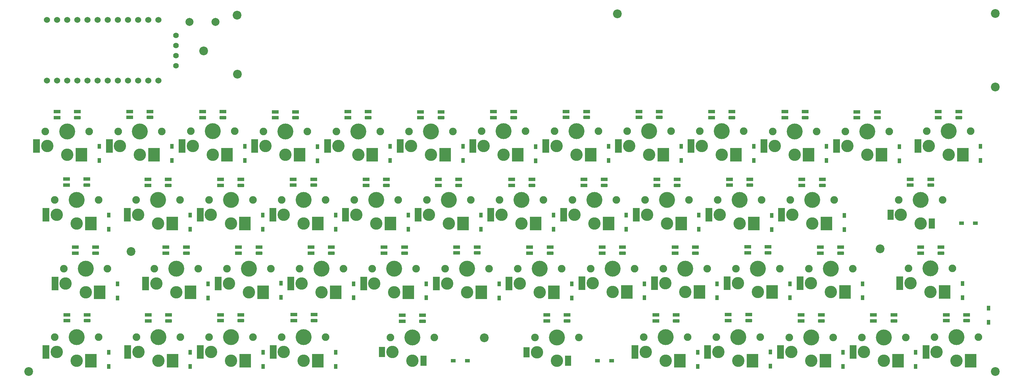
<source format=gbs>
G04 #@! TF.GenerationSoftware,KiCad,Pcbnew,(6.0.9)*
G04 #@! TF.CreationDate,2022-11-10T16:14:01+09:00*
G04 #@! TF.ProjectId,meow48,6d656f77-3438-42e6-9b69-6361645f7063,rev?*
G04 #@! TF.SameCoordinates,Original*
G04 #@! TF.FileFunction,Soldermask,Bot*
G04 #@! TF.FilePolarity,Negative*
%FSLAX46Y46*%
G04 Gerber Fmt 4.6, Leading zero omitted, Abs format (unit mm)*
G04 Created by KiCad (PCBNEW (6.0.9)) date 2022-11-10 16:14:01*
%MOMM*%
%LPD*%
G01*
G04 APERTURE LIST*
G04 Aperture macros list*
%AMRoundRect*
0 Rectangle with rounded corners*
0 $1 Rounding radius*
0 $2 $3 $4 $5 $6 $7 $8 $9 X,Y pos of 4 corners*
0 Add a 4 corners polygon primitive as box body*
4,1,4,$2,$3,$4,$5,$6,$7,$8,$9,$2,$3,0*
0 Add four circle primitives for the rounded corners*
1,1,$1+$1,$2,$3*
1,1,$1+$1,$4,$5*
1,1,$1+$1,$6,$7*
1,1,$1+$1,$8,$9*
0 Add four rect primitives between the rounded corners*
20,1,$1+$1,$2,$3,$4,$5,0*
20,1,$1+$1,$4,$5,$6,$7,0*
20,1,$1+$1,$6,$7,$8,$9,0*
20,1,$1+$1,$8,$9,$2,$3,0*%
G04 Aperture macros list end*
%ADD10C,1.900000*%
%ADD11C,3.100000*%
%ADD12C,4.000000*%
%ADD13R,1.700000X3.500000*%
%ADD14R,3.000000X3.500000*%
%ADD15R,0.950000X1.300000*%
%ADD16C,2.200000*%
%ADD17R,1.500000X2.500000*%
%ADD18C,1.524000*%
%ADD19R,1.300000X0.950000*%
%ADD20C,2.000000*%
%ADD21C,1.397000*%
%ADD22R,1.700000X0.820000*%
%ADD23RoundRect,0.205000X-0.645000X-0.205000X0.645000X-0.205000X0.645000X0.205000X-0.645000X0.205000X0*%
G04 APERTURE END LIST*
D10*
X99990000Y-115390000D03*
D11*
X89490000Y-119090000D03*
D12*
X94490000Y-115390000D03*
D11*
X94490000Y-121290000D03*
D10*
X88990000Y-115390000D03*
D13*
X86790000Y-119090000D03*
D14*
X98040000Y-121290000D03*
D15*
X247930000Y-153665000D03*
X247930000Y-157215000D03*
D16*
X77880000Y-83840000D03*
X25610000Y-158470000D03*
D12*
X80800000Y-132650000D03*
D10*
X86300000Y-132650000D03*
D11*
X80800000Y-138550000D03*
D10*
X75300000Y-132650000D03*
D11*
X75800000Y-136350000D03*
D13*
X73100000Y-136350000D03*
D14*
X84350000Y-138550000D03*
D12*
X217580000Y-98180000D03*
D11*
X217580000Y-104080000D03*
X212580000Y-101880000D03*
D10*
X212080000Y-98180000D03*
X223080000Y-98180000D03*
D13*
X209880000Y-101880000D03*
D14*
X221130000Y-104080000D03*
D12*
X130910000Y-115400000D03*
D10*
X125410000Y-115400000D03*
D11*
X125910000Y-119100000D03*
D10*
X136410000Y-115400000D03*
D11*
X130910000Y-121300000D03*
D13*
X123210000Y-119100000D03*
D14*
X134460000Y-121300000D03*
D11*
X194330000Y-101860000D03*
D12*
X199330000Y-98160000D03*
D10*
X193830000Y-98160000D03*
X204830000Y-98160000D03*
D11*
X199330000Y-104060000D03*
D13*
X191630000Y-101860000D03*
D14*
X202880000Y-104060000D03*
D12*
X144670000Y-98160000D03*
D11*
X139670000Y-101860000D03*
D10*
X150170000Y-98160000D03*
X139170000Y-98160000D03*
D11*
X144670000Y-104060000D03*
D13*
X136970000Y-101860000D03*
D14*
X148220000Y-104060000D03*
D15*
X266230000Y-142565000D03*
X266230000Y-146115000D03*
D10*
X159220000Y-132660000D03*
D12*
X153720000Y-132660000D03*
D11*
X148720000Y-136360000D03*
X153720000Y-138560000D03*
D10*
X148220000Y-132660000D03*
D13*
X146020000Y-136360000D03*
D14*
X157270000Y-138560000D03*
D11*
X76310000Y-155790000D03*
D12*
X76310000Y-149890000D03*
D11*
X71310000Y-153590000D03*
D10*
X70810000Y-149890000D03*
X81810000Y-149890000D03*
D13*
X68610000Y-153590000D03*
D14*
X79860000Y-155790000D03*
D11*
X203510000Y-155790000D03*
X198510000Y-153590000D03*
D12*
X203510000Y-149890000D03*
D10*
X209010000Y-149890000D03*
X198010000Y-149890000D03*
D13*
X195810000Y-153590000D03*
D14*
X207060000Y-155790000D03*
D15*
X211490000Y-153605000D03*
X211490000Y-157155000D03*
D10*
X140980000Y-132660000D03*
D12*
X135480000Y-132660000D03*
D11*
X130480000Y-136360000D03*
D10*
X129980000Y-132660000D03*
D11*
X135480000Y-138560000D03*
D13*
X127780000Y-136360000D03*
D14*
X139030000Y-138560000D03*
D12*
X167390000Y-115400000D03*
D11*
X167390000Y-121300000D03*
X162390000Y-119100000D03*
D10*
X172890000Y-115400000D03*
X161890000Y-115400000D03*
D13*
X159690000Y-119100000D03*
D14*
X170940000Y-121300000D03*
D15*
X229730000Y-153635000D03*
X229730000Y-157185000D03*
D10*
X254720000Y-115400000D03*
X243720000Y-115400000D03*
D12*
X249220000Y-115400000D03*
D11*
X244220000Y-119100000D03*
X249220000Y-121300000D03*
D17*
X241620000Y-119100000D03*
X252020000Y-121300000D03*
D12*
X99020000Y-132650000D03*
D11*
X94020000Y-136350000D03*
X99020000Y-138550000D03*
D10*
X93520000Y-132650000D03*
X104520000Y-132650000D03*
D13*
X91320000Y-136350000D03*
D14*
X102570000Y-138550000D03*
D16*
X267940000Y-68540000D03*
D15*
X211840000Y-119255000D03*
X211840000Y-122805000D03*
D11*
X94550000Y-155790000D03*
D12*
X94550000Y-149890000D03*
D10*
X100050000Y-149890000D03*
X89050000Y-149890000D03*
D11*
X89550000Y-153590000D03*
D13*
X86850000Y-153590000D03*
D14*
X98100000Y-155790000D03*
D15*
X138920000Y-119205000D03*
X138920000Y-122755000D03*
D16*
X173130000Y-68630000D03*
D15*
X102570000Y-153635000D03*
X102570000Y-157185000D03*
D10*
X232140000Y-132640000D03*
D11*
X226640000Y-138540000D03*
X221640000Y-136340000D03*
D10*
X221140000Y-132640000D03*
D12*
X226640000Y-132640000D03*
D13*
X218940000Y-136340000D03*
D14*
X230190000Y-138540000D03*
D18*
X30152000Y-70183600D03*
X32692000Y-70183600D03*
X35232000Y-70183600D03*
X37772000Y-70183600D03*
X40312000Y-70183600D03*
X42852000Y-70183600D03*
X45392000Y-70183600D03*
X47932000Y-70183600D03*
X50472000Y-70183600D03*
X53012000Y-70183600D03*
X55552000Y-70183600D03*
X58092000Y-70183600D03*
X58092000Y-85403600D03*
X55552000Y-85403600D03*
X53012000Y-85403600D03*
X50472000Y-85403600D03*
X47932000Y-85403600D03*
X45392000Y-85403600D03*
X42852000Y-85403600D03*
X40312000Y-85403600D03*
X37772000Y-85403600D03*
X35232000Y-85403600D03*
X32692000Y-85403600D03*
X30152000Y-85403600D03*
D15*
X189130000Y-101945000D03*
X189130000Y-105495000D03*
D16*
X267940000Y-158470000D03*
D15*
X134450000Y-101955000D03*
X134450000Y-105505000D03*
D10*
X227240000Y-149900000D03*
D11*
X221740000Y-155800000D03*
X216740000Y-153600000D03*
D10*
X216240000Y-149900000D03*
D12*
X221740000Y-149900000D03*
D13*
X214040000Y-153600000D03*
D14*
X225290000Y-155800000D03*
D15*
X152670000Y-101995000D03*
X152670000Y-105545000D03*
D11*
X144150000Y-119110000D03*
D10*
X143650000Y-115410000D03*
D12*
X149150000Y-115410000D03*
D10*
X154650000Y-115410000D03*
D11*
X149150000Y-121310000D03*
D13*
X141450000Y-119110000D03*
D14*
X152700000Y-121310000D03*
D15*
X207350000Y-101945000D03*
X207350000Y-105495000D03*
X243850000Y-101985000D03*
X243850000Y-105535000D03*
X47850000Y-136465000D03*
X47850000Y-140015000D03*
D10*
X122740000Y-132660000D03*
D12*
X117240000Y-132660000D03*
D11*
X117240000Y-138560000D03*
D10*
X111740000Y-132660000D03*
D11*
X112240000Y-136360000D03*
D13*
X109540000Y-136360000D03*
D14*
X120790000Y-138560000D03*
D19*
X135545000Y-155800000D03*
X131995000Y-155800000D03*
D15*
X66060000Y-153635000D03*
X66060000Y-157185000D03*
D11*
X251200000Y-101850000D03*
X256200000Y-104050000D03*
D10*
X261700000Y-98150000D03*
X250700000Y-98150000D03*
D12*
X256200000Y-98150000D03*
D13*
X248500000Y-101850000D03*
D14*
X259750000Y-104050000D03*
D15*
X193280000Y-153665000D03*
X193280000Y-157215000D03*
X175400000Y-119195000D03*
X175400000Y-122745000D03*
X157140000Y-119185000D03*
X157140000Y-122735000D03*
X125210000Y-136435000D03*
X125210000Y-139985000D03*
D11*
X39860000Y-138570000D03*
X34860000Y-136370000D03*
D12*
X39860000Y-132670000D03*
D10*
X34360000Y-132670000D03*
X45360000Y-132670000D03*
D13*
X32160000Y-136370000D03*
D14*
X43410000Y-138570000D03*
D15*
X84330000Y-153635000D03*
X84330000Y-157185000D03*
X102520000Y-119205000D03*
X102520000Y-122755000D03*
D10*
X40780000Y-98180000D03*
D11*
X30280000Y-101880000D03*
X35280000Y-104080000D03*
D12*
X35280000Y-98180000D03*
D10*
X29780000Y-98180000D03*
D13*
X27580000Y-101880000D03*
D14*
X38830000Y-104080000D03*
D15*
X225590000Y-101935000D03*
X225590000Y-105485000D03*
X45660000Y-119215000D03*
X45660000Y-122765000D03*
X143520000Y-136505000D03*
X143520000Y-140055000D03*
D10*
X175600000Y-98160000D03*
X186600000Y-98160000D03*
D12*
X181100000Y-98160000D03*
D11*
X176100000Y-101860000D03*
X181100000Y-104060000D03*
D13*
X173400000Y-101860000D03*
D14*
X184650000Y-104060000D03*
D10*
X163490000Y-149920000D03*
D12*
X157990000Y-149920000D03*
D11*
X152990000Y-153620000D03*
X157990000Y-155820000D03*
D10*
X152490000Y-149920000D03*
D17*
X150390000Y-153620000D03*
X160790000Y-155820000D03*
D16*
X51250000Y-128350000D03*
D19*
X262955000Y-121260000D03*
X259405000Y-121260000D03*
D11*
X258210000Y-155790000D03*
D10*
X263710000Y-149890000D03*
D11*
X253210000Y-153590000D03*
D12*
X258210000Y-149890000D03*
D10*
X252710000Y-149890000D03*
D13*
X250510000Y-153590000D03*
D14*
X261760000Y-155790000D03*
D10*
X77250000Y-98160000D03*
D12*
X71750000Y-98160000D03*
D10*
X66250000Y-98160000D03*
D11*
X66750000Y-101860000D03*
X71750000Y-104060000D03*
D13*
X64050000Y-101860000D03*
D14*
X75300000Y-104060000D03*
D15*
X43270000Y-101945000D03*
X43270000Y-105495000D03*
D20*
X72372000Y-70685000D03*
X65872000Y-70685000D03*
D12*
X89960000Y-98180000D03*
D11*
X89960000Y-104080000D03*
X84960000Y-101880000D03*
D10*
X95460000Y-98180000D03*
X84460000Y-98180000D03*
D13*
X82260000Y-101880000D03*
D14*
X93510000Y-104080000D03*
D16*
X239000000Y-127650000D03*
D12*
X185600000Y-115400000D03*
D10*
X191100000Y-115400000D03*
X180100000Y-115400000D03*
D11*
X180600000Y-119100000D03*
X185600000Y-121300000D03*
D13*
X177900000Y-119100000D03*
D14*
X189150000Y-121300000D03*
D11*
X121750000Y-155810000D03*
D10*
X116250000Y-149910000D03*
D12*
X121750000Y-149910000D03*
D10*
X127250000Y-149910000D03*
D11*
X116750000Y-153610000D03*
D17*
X114150000Y-153610000D03*
X124550000Y-155810000D03*
D15*
X107000000Y-136435000D03*
X107000000Y-139985000D03*
D12*
X185280000Y-149890000D03*
D11*
X185280000Y-155790000D03*
X180280000Y-153590000D03*
D10*
X190780000Y-149890000D03*
X179780000Y-149890000D03*
D13*
X177580000Y-153590000D03*
D14*
X188830000Y-155790000D03*
D16*
X69450000Y-78000000D03*
D11*
X251650000Y-138500000D03*
D10*
X257150000Y-132600000D03*
D12*
X251650000Y-132600000D03*
D11*
X246650000Y-136300000D03*
D10*
X246150000Y-132600000D03*
D13*
X243950000Y-136300000D03*
D14*
X255200000Y-138500000D03*
D15*
X45660000Y-153665000D03*
X45660000Y-157215000D03*
D10*
X102690000Y-98180000D03*
D11*
X103190000Y-101880000D03*
X108190000Y-104080000D03*
D10*
X113690000Y-98180000D03*
D12*
X108190000Y-98180000D03*
D13*
X100490000Y-101880000D03*
D14*
X111740000Y-104080000D03*
D15*
X88800000Y-136345000D03*
X88800000Y-139895000D03*
D21*
X62530000Y-81730000D03*
X62530000Y-79190000D03*
X62530000Y-76650000D03*
X62530000Y-74110000D03*
D10*
X57060000Y-132650000D03*
D11*
X62560000Y-138550000D03*
D10*
X68060000Y-132650000D03*
D11*
X57560000Y-136350000D03*
D12*
X62560000Y-132650000D03*
D13*
X54860000Y-136350000D03*
D14*
X66110000Y-138550000D03*
D12*
X58090000Y-149885000D03*
D10*
X63590000Y-149885000D03*
D11*
X53090000Y-153585000D03*
X58090000Y-155785000D03*
D10*
X52590000Y-149885000D03*
D13*
X50390000Y-153585000D03*
D14*
X61640000Y-155785000D03*
D15*
X234650000Y-136435000D03*
X234650000Y-139985000D03*
X97970000Y-101985000D03*
X97970000Y-105535000D03*
X79750000Y-101965000D03*
X79750000Y-105515000D03*
D11*
X235810000Y-104080000D03*
D10*
X230310000Y-98180000D03*
D11*
X230810000Y-101880000D03*
D12*
X235810000Y-98180000D03*
D10*
X241310000Y-98180000D03*
D13*
X228110000Y-101880000D03*
D14*
X239360000Y-104080000D03*
D15*
X264220000Y-101935000D03*
X264220000Y-105485000D03*
D10*
X32110000Y-115410000D03*
D11*
X37610000Y-121310000D03*
D10*
X43110000Y-115410000D03*
D12*
X37610000Y-115410000D03*
D11*
X32610000Y-119110000D03*
D13*
X29910000Y-119110000D03*
D14*
X41160000Y-121310000D03*
D11*
X222040000Y-121310000D03*
D12*
X222040000Y-115410000D03*
D10*
X216540000Y-115410000D03*
D11*
X217040000Y-119110000D03*
D10*
X227540000Y-115410000D03*
D13*
X214340000Y-119110000D03*
D14*
X225590000Y-121310000D03*
D15*
X84280000Y-119205000D03*
X84280000Y-122755000D03*
D10*
X202920000Y-132640000D03*
D11*
X203420000Y-136340000D03*
D12*
X208420000Y-132640000D03*
D10*
X213920000Y-132640000D03*
D11*
X208420000Y-138540000D03*
D13*
X200720000Y-136340000D03*
D14*
X211970000Y-138540000D03*
D15*
X216410000Y-136435000D03*
X216410000Y-139985000D03*
X66080000Y-119215000D03*
X66080000Y-122765000D03*
D16*
X267940000Y-87020000D03*
D15*
X70580000Y-136465000D03*
X70580000Y-140015000D03*
X161760000Y-136475000D03*
X161760000Y-140025000D03*
X259700000Y-136405000D03*
X259700000Y-139955000D03*
D10*
X120940000Y-98180000D03*
D12*
X126440000Y-98180000D03*
D10*
X131940000Y-98180000D03*
D11*
X121440000Y-101880000D03*
X126440000Y-104080000D03*
D13*
X118740000Y-101880000D03*
D14*
X129990000Y-104080000D03*
D12*
X37630000Y-149860000D03*
D11*
X37630000Y-155760000D03*
D10*
X43130000Y-149860000D03*
X32130000Y-149860000D03*
D11*
X32630000Y-153560000D03*
D13*
X29930000Y-153560000D03*
D14*
X41180000Y-155760000D03*
D15*
X61470000Y-101965000D03*
X61470000Y-105515000D03*
D12*
X171960000Y-132640000D03*
D11*
X171960000Y-138540000D03*
X166960000Y-136340000D03*
D10*
X166460000Y-132640000D03*
X177460000Y-132640000D03*
D13*
X164260000Y-136340000D03*
D14*
X175510000Y-138540000D03*
D11*
X53490000Y-104080000D03*
D12*
X53490000Y-98180000D03*
D10*
X47990000Y-98180000D03*
X58990000Y-98180000D03*
D11*
X48490000Y-101880000D03*
D13*
X45790000Y-101880000D03*
D14*
X57040000Y-104080000D03*
D16*
X139850000Y-150050000D03*
D15*
X116210000Y-101965000D03*
X116210000Y-105515000D03*
D11*
X162900000Y-104060000D03*
X157900000Y-101860000D03*
D10*
X168400000Y-98160000D03*
D12*
X162900000Y-98160000D03*
D10*
X157400000Y-98160000D03*
D13*
X155200000Y-101860000D03*
D14*
X166450000Y-104060000D03*
D19*
X171725000Y-155820000D03*
X168175000Y-155820000D03*
D15*
X230050000Y-119255000D03*
X230050000Y-122805000D03*
D11*
X112710000Y-121300000D03*
D12*
X112710000Y-115400000D03*
D11*
X107710000Y-119100000D03*
D10*
X118210000Y-115400000D03*
X107210000Y-115400000D03*
D13*
X105010000Y-119100000D03*
D14*
X116260000Y-121300000D03*
D15*
X179930000Y-136435000D03*
X179930000Y-139985000D03*
X120720000Y-119205000D03*
X120720000Y-122755000D03*
D11*
X198820000Y-119110000D03*
D10*
X209320000Y-115410000D03*
D12*
X203820000Y-115410000D03*
D11*
X203820000Y-121310000D03*
D10*
X198320000Y-115410000D03*
D13*
X196120000Y-119110000D03*
D14*
X207370000Y-121310000D03*
D11*
X239950000Y-155795000D03*
D10*
X245450000Y-149895000D03*
D12*
X239950000Y-149895000D03*
D10*
X234450000Y-149895000D03*
D11*
X234950000Y-153595000D03*
D13*
X232250000Y-153595000D03*
D14*
X243500000Y-155795000D03*
D15*
X170930000Y-101945000D03*
X170930000Y-105495000D03*
X193600000Y-119215000D03*
X193600000Y-122765000D03*
D11*
X53050000Y-119110000D03*
D10*
X63550000Y-115410000D03*
D11*
X58050000Y-121310000D03*
D10*
X52550000Y-115410000D03*
D12*
X58050000Y-115410000D03*
D13*
X50350000Y-119110000D03*
D14*
X61600000Y-121310000D03*
D12*
X76270000Y-115400000D03*
D11*
X71270000Y-119100000D03*
D10*
X70770000Y-115400000D03*
X81770000Y-115400000D03*
D11*
X76270000Y-121300000D03*
D13*
X68570000Y-119100000D03*
D14*
X79820000Y-121300000D03*
D16*
X77850000Y-68990000D03*
D15*
X198170000Y-136435000D03*
X198170000Y-139985000D03*
D10*
X195700000Y-132640000D03*
D12*
X190200000Y-132640000D03*
D11*
X190200000Y-138540000D03*
D10*
X184700000Y-132640000D03*
D11*
X185200000Y-136340000D03*
D13*
X182500000Y-136340000D03*
D14*
X193750000Y-138540000D03*
D22*
X255650000Y-144240000D03*
X255650000Y-145740000D03*
D23*
X260750000Y-145740000D03*
D22*
X260750000Y-144240000D03*
X55450000Y-110250000D03*
X55450000Y-111750000D03*
D23*
X60550000Y-111750000D03*
D22*
X60550000Y-110250000D03*
X142070000Y-93200000D03*
X142070000Y-94700000D03*
D23*
X147170000Y-94700000D03*
D22*
X147170000Y-93200000D03*
X146650000Y-110265000D03*
X146650000Y-111765000D03*
D23*
X151750000Y-111765000D03*
D22*
X151750000Y-110265000D03*
X155440000Y-144305000D03*
X155440000Y-145805000D03*
D23*
X160540000Y-145805000D03*
D22*
X160540000Y-144305000D03*
X96370000Y-127280000D03*
X96370000Y-128780000D03*
D23*
X101470000Y-128780000D03*
D22*
X101470000Y-127280000D03*
X201250000Y-110195000D03*
X201250000Y-111695000D03*
D23*
X206350000Y-111695000D03*
D22*
X206350000Y-110195000D03*
X183050000Y-110215000D03*
X183050000Y-111715000D03*
D23*
X188150000Y-111715000D03*
D22*
X188150000Y-110215000D03*
X200970000Y-144205000D03*
X200970000Y-145705000D03*
D23*
X206070000Y-145705000D03*
D22*
X206070000Y-144205000D03*
X91910000Y-110200000D03*
X91910000Y-111700000D03*
D23*
X97010000Y-111700000D03*
D22*
X97010000Y-110200000D03*
X233230000Y-93270000D03*
X233230000Y-94770000D03*
D23*
X238330000Y-94770000D03*
D22*
X238330000Y-93270000D03*
X224050000Y-127230000D03*
X224050000Y-128730000D03*
D23*
X229150000Y-128730000D03*
D22*
X229150000Y-127230000D03*
X160330000Y-93170000D03*
X160330000Y-94670000D03*
D23*
X165430000Y-94670000D03*
D22*
X165430000Y-93170000D03*
X219420000Y-110240000D03*
X219420000Y-111740000D03*
D23*
X224520000Y-111740000D03*
D22*
X224520000Y-110240000D03*
X169370000Y-127270000D03*
X169370000Y-128770000D03*
D23*
X174470000Y-128770000D03*
D22*
X174470000Y-127270000D03*
X73660000Y-110265000D03*
X73660000Y-111765000D03*
D23*
X78760000Y-111765000D03*
D22*
X78760000Y-110265000D03*
X69180000Y-93220000D03*
X69180000Y-94720000D03*
D23*
X74280000Y-94720000D03*
D22*
X74280000Y-93220000D03*
X237370000Y-144285000D03*
X237370000Y-145785000D03*
D23*
X242470000Y-145785000D03*
D22*
X242470000Y-144285000D03*
X128300000Y-110235000D03*
X128300000Y-111735000D03*
D23*
X133400000Y-111735000D03*
D22*
X133400000Y-110235000D03*
X249160000Y-127265000D03*
X249160000Y-128765000D03*
D23*
X254260000Y-128765000D03*
D22*
X254260000Y-127265000D03*
X182790000Y-144245000D03*
X182790000Y-145745000D03*
D23*
X187890000Y-145745000D03*
D22*
X187890000Y-144245000D03*
X87360000Y-93270000D03*
X87360000Y-94770000D03*
D23*
X92460000Y-94770000D03*
D22*
X92460000Y-93270000D03*
X37250000Y-127255000D03*
X37250000Y-128755000D03*
D23*
X42350000Y-128755000D03*
D22*
X42350000Y-127255000D03*
X187610000Y-127230000D03*
X187610000Y-128730000D03*
D23*
X192710000Y-128730000D03*
D22*
X192710000Y-127230000D03*
X253640000Y-93200000D03*
X253640000Y-94700000D03*
D23*
X258740000Y-94700000D03*
D22*
X258740000Y-93200000D03*
X196780000Y-93220000D03*
X196780000Y-94720000D03*
D23*
X201880000Y-94720000D03*
D22*
X201880000Y-93220000D03*
X219210000Y-144280000D03*
X219210000Y-145780000D03*
D23*
X224310000Y-145780000D03*
D22*
X224310000Y-144280000D03*
X215180000Y-93200000D03*
X215180000Y-94700000D03*
D23*
X220280000Y-94700000D03*
D22*
X220280000Y-93200000D03*
X78210000Y-127280000D03*
X78210000Y-128780000D03*
D23*
X83310000Y-128780000D03*
D22*
X83310000Y-127280000D03*
X35070000Y-110180000D03*
X35070000Y-111680000D03*
D23*
X40170000Y-111680000D03*
D22*
X40170000Y-110180000D03*
X123840000Y-93270000D03*
X123840000Y-94770000D03*
D23*
X128940000Y-94770000D03*
D22*
X128940000Y-93270000D03*
X105590000Y-93220000D03*
X105590000Y-94720000D03*
D23*
X110690000Y-94720000D03*
D22*
X110690000Y-93220000D03*
X132890000Y-127210000D03*
X132890000Y-128710000D03*
D23*
X137990000Y-128710000D03*
D22*
X137990000Y-127210000D03*
X205870000Y-127190000D03*
X205870000Y-128690000D03*
D23*
X210970000Y-128690000D03*
D22*
X210970000Y-127190000D03*
X92050000Y-144190000D03*
X92050000Y-145690000D03*
D23*
X97150000Y-145690000D03*
D22*
X97150000Y-144190000D03*
X151190000Y-127230000D03*
X151190000Y-128730000D03*
D23*
X156290000Y-128730000D03*
D22*
X156290000Y-127230000D03*
X119220000Y-144355000D03*
X119220000Y-145855000D03*
D23*
X124320000Y-145855000D03*
D22*
X124320000Y-144355000D03*
X178550000Y-93185000D03*
X178550000Y-94685000D03*
D23*
X183650000Y-94685000D03*
D22*
X183650000Y-93185000D03*
X35140000Y-144240000D03*
X35140000Y-145740000D03*
D23*
X40240000Y-145740000D03*
D22*
X40240000Y-144240000D03*
X110180000Y-110265000D03*
X110180000Y-111765000D03*
D23*
X115280000Y-111765000D03*
D22*
X115280000Y-110265000D03*
X246600000Y-110205000D03*
X246600000Y-111705000D03*
D23*
X251700000Y-111705000D03*
D22*
X251700000Y-110205000D03*
X114690000Y-127230000D03*
X114690000Y-128730000D03*
D23*
X119790000Y-128730000D03*
D22*
X119790000Y-127230000D03*
X164770000Y-110240000D03*
X164770000Y-111740000D03*
D23*
X169870000Y-111740000D03*
D22*
X169870000Y-110240000D03*
X55530000Y-144280000D03*
X55530000Y-145780000D03*
D23*
X60630000Y-145780000D03*
D22*
X60630000Y-144280000D03*
X60000000Y-127240000D03*
X60000000Y-128740000D03*
D23*
X65100000Y-128740000D03*
D22*
X65100000Y-127240000D03*
X50890000Y-93185000D03*
X50890000Y-94685000D03*
D23*
X55990000Y-94685000D03*
D22*
X55990000Y-93185000D03*
X32710000Y-93235000D03*
X32710000Y-94735000D03*
D23*
X37810000Y-94735000D03*
D22*
X37810000Y-93235000D03*
X73680000Y-144230000D03*
X73680000Y-145730000D03*
D23*
X78780000Y-145730000D03*
D22*
X78780000Y-144230000D03*
M02*

</source>
